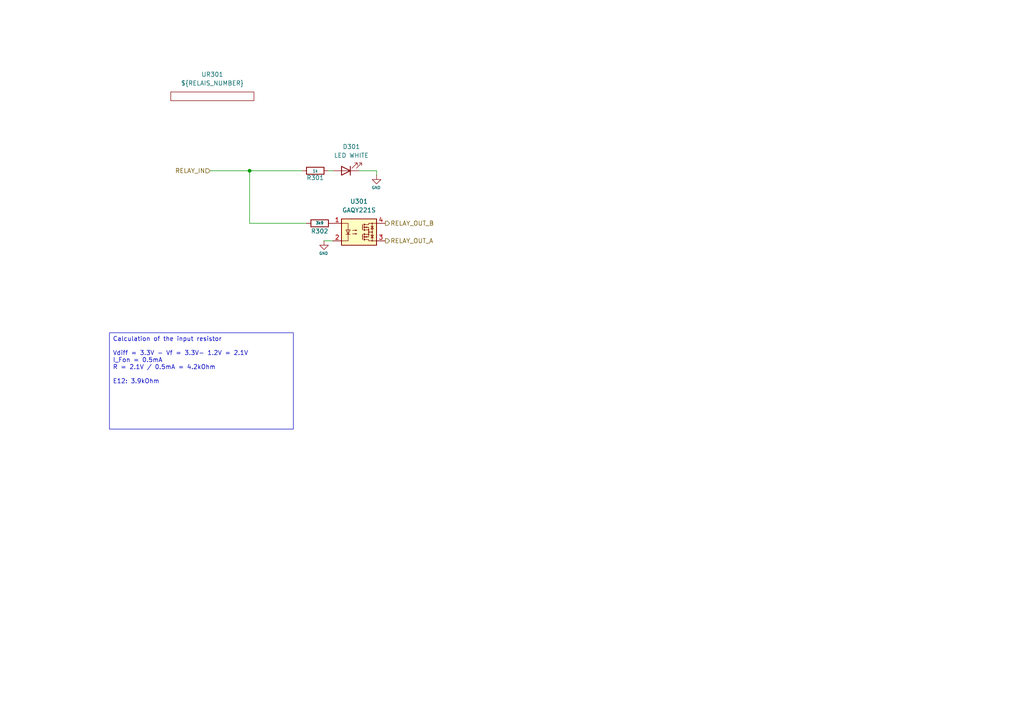
<source format=kicad_sch>
(kicad_sch (version 20231120) (generator "eeschema") (generator_version "8.0")
  (paper "A4")
  (title_block (title "Octoprobe tentacle") (date "2024-04-24") (rev "1.0") (company "Hans Märki, Märki Informatik") (comment 1 "The MIT License (MIT)"))
  (lib_symbols
    (symbol "00_project_library:LED WHITE" (pin_numbers hide) (pin_names (offset 1.016) hide)
      (property "Reference" "D" (at 0 2.54 0))
      (property "Value" "LED WHITE" (at 0 -2.54 0))
      (symbol "LED WHITE_0_1"
        (polyline (pts (xy -1.27 -1.27) (xy -1.27 1.27)) (stroke (width 0.254)))
        (polyline (pts (xy -1.27 0) (xy 1.27 0)))
        (polyline (pts (xy 1.27 -1.27) (xy 1.27 1.27) (xy -1.27 0) (xy 1.27 -1.27)) (stroke (width 0.254)))
        (polyline (pts (xy -3.048 -0.762) (xy -4.572 -2.286) (xy -3.81 -2.286) (xy -4.572 -2.286) (xy -4.572 -1.524)))
        (polyline (pts (xy -1.778 -0.762) (xy -3.302 -2.286) (xy -2.54 -2.286) (xy -3.302 -2.286) (xy -3.302 -1.524)))
      )
      (symbol "LED WHITE_1_1"
        (pin passive line (at -3.81 0 0) (length 2.54) (name "K") (number "1"))
        (pin passive line (at 3.81 0 180) (length 2.54) (name "A") (number "2"))
      )
    )
    (symbol "00_project_library:opctoprobe_relay" (in_bom no)
      (property "Reference" "UR" (at 0 0 0))
      (property "Value" "42" (at 0 0 0))
      (symbol "opctoprobe_relay_0_1"
        (rectangle (start -1.27 1.27) (end 22.86 -1.27))
      )
    )
    (symbol "Device:R" (pin_numbers hide) (pin_names (offset 0))
      (property "Reference" "R" (at 2.032 0 90))
      (property "Value" "R" (at 0 0 90))
      (symbol "R_0_1"
        (rectangle (start -1.016 -2.54) (end 1.016 2.54) (stroke (width 0.254)))
      )
      (symbol "R_1_1"
        (pin passive line (at 0 3.81 270) (length 1.27) (name "~") (number "1"))
        (pin passive line (at 0 -3.81 90) (length 1.27) (name "~") (number "2"))
      )
    )
    (symbol "Relay_SolidState:TLP3123"
      (property "Reference" "U" (at -5.08 5.08 0))
      (property "Value" "TLP3123" (at 0 5.08 0))
      (symbol "TLP3123_0_1"
        (rectangle (start -5.08 3.81) (end 5.08 -3.81) (stroke (width 0.254)) (fill (type background)))
        (polyline (pts (xy -3.81 -0.635) (xy -2.54 -0.635)))
        (polyline (pts (xy 1.016 -0.635) (xy 1.016 -2.159)) (stroke (width 0.2032)))
        (polyline (pts (xy 1.016 2.159) (xy 1.016 0.635)) (stroke (width 0.2032)))
        (polyline (pts (xy 1.524 -0.508) (xy 1.524 -0.762)) (stroke (width 0.3556)))
        (polyline (pts (xy 2.794 0) (xy 3.81 0)))
        (polyline (pts (xy 3.429 -1.651) (xy 4.191 -1.651)))
        (polyline (pts (xy 3.429 1.651) (xy 4.191 1.651)))
        (polyline (pts (xy 3.81 -2.54) (xy 3.81 2.54)))
        (polyline (pts (xy 1.524 -2.032) (xy 1.524 -2.286) (xy 1.524 -2.286)) (stroke (width 0.3556)))
        (polyline (pts (xy 1.524 -1.27) (xy 1.524 -1.524) (xy 1.524 -1.524)) (stroke (width 0.3556)))
        (polyline (pts (xy 1.524 0.762) (xy 1.524 0.508) (xy 1.524 0.508)) (stroke (width 0.3556)))
        (polyline (pts (xy 1.524 1.524) (xy 1.524 1.27) (xy 1.524 1.27)) (stroke (width 0.3556)))
        (polyline (pts (xy 1.524 2.286) (xy 1.524 2.032) (xy 1.524 2.032)) (stroke (width 0.3556)))
        (polyline (pts (xy 1.651 -1.397) (xy 2.794 -1.397) (xy 2.794 -0.635)))
        (polyline (pts (xy 1.651 1.397) (xy 2.794 1.397) (xy 2.794 0.635)))
        (polyline (pts (xy -5.08 2.54) (xy -3.175 2.54) (xy -3.175 -2.54) (xy -5.08 -2.54)))
        (polyline (pts (xy -3.175 -0.635) (xy -3.81 0.635) (xy -2.54 0.635) (xy -3.175 -0.635)))
        (polyline (pts (xy 1.651 -2.159) (xy 2.794 -2.159) (xy 2.794 -2.54) (xy 5.08 -2.54)))
        (polyline (pts (xy 1.651 -0.635) (xy 2.794 -0.635) (xy 2.794 0.635) (xy 1.651 0.635)))
        (polyline (pts (xy 1.651 2.159) (xy 2.794 2.159) (xy 2.794 2.54) (xy 5.08 2.54)))
        (polyline (pts (xy 1.778 -1.397) (xy 2.286 -1.27) (xy 2.286 -1.524) (xy 1.778 -1.397)))
        (polyline (pts (xy 1.778 1.397) (xy 2.286 1.524) (xy 2.286 1.27) (xy 1.778 1.397)))
        (polyline (pts (xy 3.81 -1.651) (xy 3.429 -0.889) (xy 4.191 -0.889) (xy 3.81 -1.651)))
        (polyline (pts (xy 3.81 1.651) (xy 3.429 0.889) (xy 4.191 0.889) (xy 3.81 1.651)))
        (polyline (pts (xy -1.905 -0.508) (xy -0.635 -0.508) (xy -1.016 -0.635) (xy -1.016 -0.381) (xy -0.635 -0.508)))
        (polyline (pts (xy -1.905 0.508) (xy -0.635 0.508) (xy -1.016 0.381) (xy -1.016 0.635) (xy -0.635 0.508)))
        (circle (center 2.794 -0.635) (radius 0.127))
        (circle (center 2.794 0) (radius 0.127))
        (circle (center 2.794 0.635) (radius 0.127))
        (circle (center 3.81 -2.54) (radius 0.127))
        (circle (center 3.81 0) (radius 0.127))
        (circle (center 3.81 2.54) (radius 0.127))
      )
      (symbol "TLP3123_1_1"
        (pin passive line (at -7.62 2.54 0) (length 2.54) (name "~") (number "1"))
        (pin passive line (at -7.62 -2.54 0) (length 2.54) (name "~") (number "2"))
        (pin passive line (at 7.62 -2.54 180) (length 2.54) (name "~") (number "3"))
        (pin passive line (at 7.62 2.54 180) (length 2.54) (name "~") (number "4"))
      )
    )
    (symbol "power:GND" (power) (pin_numbers hide) (pin_names (offset 0) hide)
      (property "Value" "GND" (at 0 -3.81 0))
      (symbol "GND_0_1"
        (polyline (pts (xy 0 0) (xy 0 -1.27) (xy 1.27 -1.27) (xy 0 -2.54) (xy -1.27 -1.27) (xy 0 -1.27)))
      )
      (symbol "GND_1_1"
        (pin power_in line (at 0 0 270) (length 0) (name "~") (number "1"))
      )
    )
  )
  (junction (at 72.39 49.53))
  (wire (pts (xy 96.52 49.53) (xy 95.25 49.53)))
  (wire (pts (xy 93.98 69.85) (xy 96.52 69.85)))
  (wire (pts (xy 104.14 49.53) (xy 109.22 49.53)))
  (wire (pts (xy 109.22 49.53) (xy 109.22 50.8)))
  (wire (pts (xy 72.39 49.53) (xy 87.63 49.53)))
  (wire (pts (xy 60.96 49.53) (xy 72.39 49.53)))
  (wire (pts (xy 72.39 64.77) (xy 72.39 49.53)))
  (wire (pts (xy 88.9 64.77) (xy 72.39 64.77)))
  (text_box "Calculation of the input resistor\n\nVdiff = 3.3V - Vf = 3.3V- 1.2V = 2.1V\nI_Fon = 0.5mA\nR = 2.1V / 0.5mA = 4.2kOhm\n\nE12: 3.9kOhm" (at 31.75 96.52 0) (size 53.34 27.94) (effects (font (size 1.27 1.27)) (justify left top)))
  (hierarchical_label "RELAY_OUT_A" (shape output) (at 111.76 69.85 0))
  (hierarchical_label "RELAY_OUT_B" (shape output) (at 111.76 64.77 0))
  (hierarchical_label "RELAY_IN" (shape input) (at 60.96 49.53 180))
  (symbol (lib_id "Device:R") (at 92.71 64.77 90) (unit 1)
    (property "Reference" "R302" (at 92.71 67.056 90))
    (property "Value" "3k9" (at 92.71 64.6684 90) (effects (font (size 0.8 0.8))))
    (property "Footprint" "Resistor_SMD:R_0402_1005Metric" (effects (hide yes)))
    (instances (project "pcb_octoprobe" (path "" (reference "R302") (unit 1)) (path "" (reference "R402") (unit 1)) (path "" (reference "R502") (unit 1)) (path "" (reference "R602") (unit 1)) (path "" (reference "R702") (unit 1))))
  )
  (symbol (lib_id "Device:R") (at 91.44 49.53 270) (unit 1)
    (property "Reference" "R301" (at 91.44 51.562 90))
    (property "Value" "1k" (at 91.44 49.6316 90) (effects (font (size 0.8 0.8))))
    (property "Footprint" "Resistor_SMD:R_0402_1005Metric" (effects (hide yes)))
    (instances (project "pcb_octoprobe" (path "" (reference "R301") (unit 1)) (path "" (reference "R401") (unit 1)) (path "" (reference "R501") (unit 1)) (path "" (reference "R601") (unit 1)) (path "" (reference "R701") (unit 1))))
  )
  (symbol (lib_id "00_project_library:opctoprobe_relay") (at 50.8 27.94 0) (unit 1) (in_bom no)
    (property "Reference" "UR301" (at 61.595 21.59 0))
    (property "Value" "${RELAIS_NUMBER}" (at 61.595 24.13 0))
    (property "Footprint" "00_project_library:opctoprobe_relay" (effects (hide yes)))
    (instances (project "pcb_octoprobe" (path "" (reference "UR301") (unit 1)) (path "" (reference "UR401") (unit 1)) (path "" (reference "UR501") (unit 1)) (path "" (reference "UR601") (unit 1)) (path "" (reference "UR701") (unit 1))))
  )
  (symbol (lib_id "00_project_library:LED WHITE") (at 100.33 49.53 180) (unit 1)
    (property "Reference" "D301" (at 101.9175 42.545 0))
    (property "Value" "LED WHITE" (at 101.9175 45.085 0))
    (property "Footprint" "00_project_library:LED_0603_1608Metric" (effects (hide yes)))
    (property "JLC" "C2290" (effects (hide yes)))
    (instances (project "pcb_octoprobe" (path "" (reference "D301") (unit 1)) (path "" (reference "D401") (unit 1)) (path "" (reference "D501") (unit 1)) (path "" (reference "D601") (unit 1)) (path "" (reference "D701") (unit 1))))
  )
  (symbol (lib_id "Relay_SolidState:TLP3123") (at 104.14 67.31 0) (unit 1)
    (property "Reference" "U301" (at 104.14 58.42 0))
    (property "Value" "GAQY221S" (at 104.14 60.96 0))
    (property "Footprint" "Package_SO:SOP-4_3.8x4.1mm_P2.54mm" (effects (hide yes)))
    (property "Datasheet" "https://wmsc.lcsc.com/wmsc/upload/file/pdf/v2/lcsc/2308151358_SUPSiC-GAQY221S_C7435105.pdf" (effects (hide yes)))
    (property "Description" "Solid State Relay (Photo MOSFET) 40V, 1A, 0.1Ohm, SO-4" (effects (hide yes)))
    (property "JLC" "C7435105" (effects (hide yes)))
    (instances (project "pcb_octoprobe" (path "" (reference "U301") (unit 1)) (path "" (reference "U401") (unit 1)) (path "" (reference "U501") (unit 1)) (path "" (reference "U601") (unit 1)) (path "" (reference "U701") (unit 1))))
  )
  (symbol (lib_id "power:GND") (at 109.22 50.8 0) (unit 1)
    (property "Reference" "#PWR0302" (effects (hide yes)))
    (property "Value" "GND" (at 109.093 54.4322 0) (effects (font (size 0.8 0.8))))
    (property "Description" "Power symbol creates a global label with name \"GND\" , ground" (effects (hide yes)))
    (instances (project "pcb_octoprobe" (path "" (reference "#PWR0302") (unit 1)) (path "" (reference "#PWR0402") (unit 1)) (path "" (reference "#PWR0702") (unit 1)) (path "" (reference "#PWR0902") (unit 1)) (path "" (reference "#PWR01002") (unit 1))))
  )
  (symbol (lib_id "power:GND") (at 93.98 69.85 0) (unit 1)
    (property "Reference" "#PWR0301" (effects (hide yes)))
    (property "Value" "GND" (at 93.853 73.4822 0) (effects (font (size 0.8 0.8))))
    (property "Description" "Power symbol creates a global label with name \"GND\" , ground" (effects (hide yes)))
    (instances (project "pcb_octoprobe" (path "" (reference "#PWR0301") (unit 1)) (path "" (reference "#PWR0401") (unit 1)) (path "" (reference "#PWR0701") (unit 1)) (path "" (reference "#PWR0901") (unit 1)) (path "" (reference "#PWR01001") (unit 1))))
  )
)
</source>
